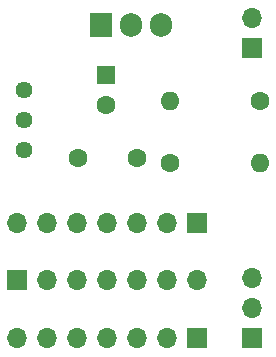
<source format=gts>
%TF.GenerationSoftware,KiCad,Pcbnew,(5.1.12-1-10_14)*%
%TF.CreationDate,2021-12-29T19:37:03+01:00*%
%TF.ProjectId,contraddictionLamp_signals,636f6e74-7261-4646-9469-6374696f6e4c,1*%
%TF.SameCoordinates,Original*%
%TF.FileFunction,Soldermask,Top*%
%TF.FilePolarity,Negative*%
%FSLAX46Y46*%
G04 Gerber Fmt 4.6, Leading zero omitted, Abs format (unit mm)*
G04 Created by KiCad (PCBNEW (5.1.12-1-10_14)) date 2021-12-29 19:37:03*
%MOMM*%
%LPD*%
G01*
G04 APERTURE LIST*
%ADD10C,1.600000*%
%ADD11R,1.600000X1.600000*%
%ADD12C,1.440000*%
%ADD13O,1.700000X1.700000*%
%ADD14R,1.700000X1.700000*%
%ADD15O,1.905000X2.000000*%
%ADD16R,1.905000X2.000000*%
%ADD17O,1.600000X1.600000*%
G04 APERTURE END LIST*
D10*
%TO.C,C2*%
X151447500Y-91146000D03*
D11*
X151447500Y-88646000D03*
%TD*%
D10*
%TO.C,C1*%
X149114500Y-95694500D03*
X154114500Y-95694500D03*
%TD*%
D12*
%TO.C,R3*%
X144526000Y-94996000D03*
X144526000Y-92456000D03*
X144526000Y-89916000D03*
%TD*%
D13*
%TO.C,J3*%
X163842000Y-105854500D03*
X163842000Y-108394500D03*
D14*
X163842000Y-110934500D03*
%TD*%
D15*
%TO.C,U1*%
X156083000Y-84391500D03*
X153543000Y-84391500D03*
D16*
X151003000Y-84391500D03*
%TD*%
D17*
%TO.C,R2*%
X164528500Y-96075500D03*
D10*
X156908500Y-96075500D03*
%TD*%
D13*
%TO.C,J4*%
X143891000Y-101155500D03*
X146431000Y-101155500D03*
X148971000Y-101155500D03*
X151511000Y-101155500D03*
X154051000Y-101155500D03*
X156591000Y-101155500D03*
D14*
X159131000Y-101155500D03*
%TD*%
D17*
%TO.C,R1*%
X156908500Y-90805000D03*
D10*
X164528500Y-90805000D03*
%TD*%
D13*
%TO.C,J5*%
X143891000Y-110934500D03*
X146431000Y-110934500D03*
X148971000Y-110934500D03*
X151511000Y-110934500D03*
X154051000Y-110934500D03*
X156591000Y-110934500D03*
D14*
X159131000Y-110934500D03*
%TD*%
D13*
%TO.C,J2*%
X163778500Y-83832500D03*
D14*
X163778500Y-86372500D03*
%TD*%
D13*
%TO.C,J1*%
X159194500Y-105981500D03*
X156654500Y-105981500D03*
X154114500Y-105981500D03*
X151574500Y-105981500D03*
X149034500Y-105981500D03*
X146494500Y-105981500D03*
D14*
X143954500Y-105981500D03*
%TD*%
M02*

</source>
